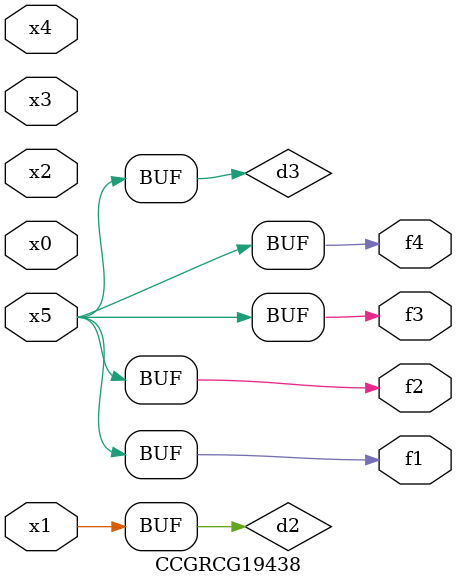
<source format=v>
module CCGRCG19438(
	input x0, x1, x2, x3, x4, x5,
	output f1, f2, f3, f4
);

	wire d1, d2, d3;

	not (d1, x5);
	or (d2, x1);
	xnor (d3, d1);
	assign f1 = d3;
	assign f2 = d3;
	assign f3 = d3;
	assign f4 = d3;
endmodule

</source>
